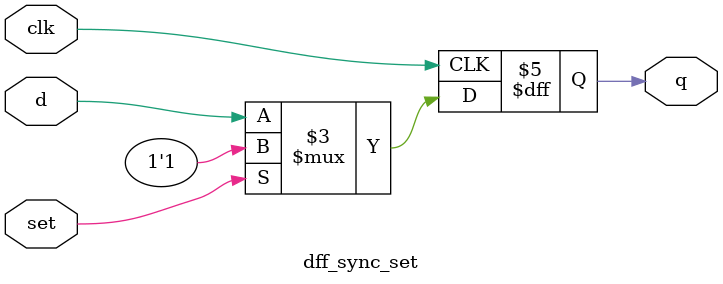
<source format=v>
 module dff_sync_set (input wire clk, input wire set, input wire d, output reg q);
    always @(posedge clk)
       begin
        if (set)
          q <= 1'b1;
        else
          q <= d;
       end
    endmodule

</source>
